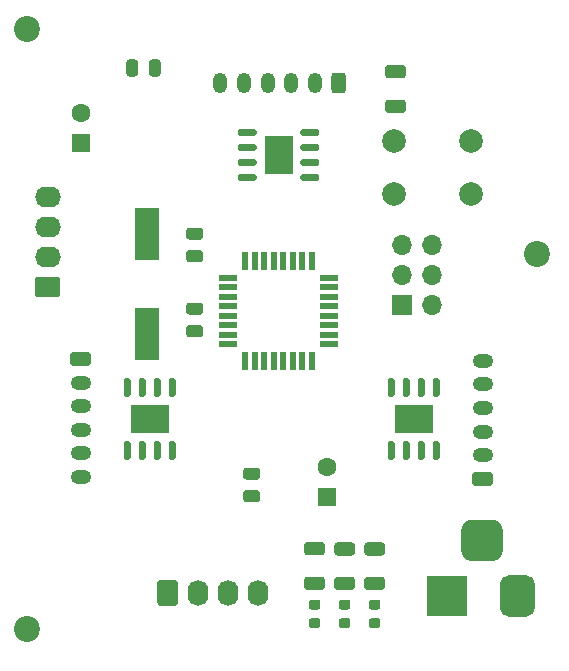
<source format=gbr>
%TF.GenerationSoftware,KiCad,Pcbnew,5.1.9+dfsg1-1*%
%TF.CreationDate,2021-11-12T22:38:19+01:00*%
%TF.ProjectId,motor_board_v2,6d6f746f-725f-4626-9f61-72645f76322e,rev?*%
%TF.SameCoordinates,Original*%
%TF.FileFunction,Soldermask,Top*%
%TF.FilePolarity,Negative*%
%FSLAX46Y46*%
G04 Gerber Fmt 4.6, Leading zero omitted, Abs format (unit mm)*
G04 Created by KiCad (PCBNEW 5.1.9+dfsg1-1) date 2021-11-12 22:38:19*
%MOMM*%
%LPD*%
G01*
G04 APERTURE LIST*
%ADD10C,2.200000*%
%ADD11R,1.600000X1.600000*%
%ADD12C,1.600000*%
%ADD13O,2.190000X1.740000*%
%ADD14O,1.740000X2.190000*%
%ADD15R,1.700000X1.700000*%
%ADD16O,1.700000X1.700000*%
%ADD17O,1.750000X1.200000*%
%ADD18O,1.200000X1.750000*%
%ADD19R,3.500000X3.500000*%
%ADD20C,2.000000*%
%ADD21R,1.600000X0.550000*%
%ADD22R,0.550000X1.600000*%
%ADD23R,3.200000X2.400000*%
%ADD24R,2.400000X3.200000*%
%ADD25R,2.000000X4.500000*%
G04 APERTURE END LIST*
D10*
%TO.C,REF\u002A\u002A*%
X228600000Y-54610000D03*
%TD*%
%TO.C,REF\u002A\u002A*%
X185420000Y-86360000D03*
%TD*%
%TO.C,REF\u002A\u002A*%
X185420000Y-35560000D03*
%TD*%
D11*
%TO.C,C1*%
X189992000Y-45212000D03*
D12*
X189992000Y-42712000D03*
%TD*%
%TO.C,C2*%
G36*
G01*
X196776000Y-38387000D02*
X196776000Y-39337000D01*
G75*
G02*
X196526000Y-39587000I-250000J0D01*
G01*
X196026000Y-39587000D01*
G75*
G02*
X195776000Y-39337000I0J250000D01*
G01*
X195776000Y-38387000D01*
G75*
G02*
X196026000Y-38137000I250000J0D01*
G01*
X196526000Y-38137000D01*
G75*
G02*
X196776000Y-38387000I0J-250000D01*
G01*
G37*
G36*
G01*
X194876000Y-38387000D02*
X194876000Y-39337000D01*
G75*
G02*
X194626000Y-39587000I-250000J0D01*
G01*
X194126000Y-39587000D01*
G75*
G02*
X193876000Y-39337000I0J250000D01*
G01*
X193876000Y-38387000D01*
G75*
G02*
X194126000Y-38137000I250000J0D01*
G01*
X194626000Y-38137000D01*
G75*
G02*
X194876000Y-38387000I0J-250000D01*
G01*
G37*
%TD*%
%TO.C,C3*%
G36*
G01*
X199169000Y-52398000D02*
X200119000Y-52398000D01*
G75*
G02*
X200369000Y-52648000I0J-250000D01*
G01*
X200369000Y-53148000D01*
G75*
G02*
X200119000Y-53398000I-250000J0D01*
G01*
X199169000Y-53398000D01*
G75*
G02*
X198919000Y-53148000I0J250000D01*
G01*
X198919000Y-52648000D01*
G75*
G02*
X199169000Y-52398000I250000J0D01*
G01*
G37*
G36*
G01*
X199169000Y-54298000D02*
X200119000Y-54298000D01*
G75*
G02*
X200369000Y-54548000I0J-250000D01*
G01*
X200369000Y-55048000D01*
G75*
G02*
X200119000Y-55298000I-250000J0D01*
G01*
X199169000Y-55298000D01*
G75*
G02*
X198919000Y-55048000I0J250000D01*
G01*
X198919000Y-54548000D01*
G75*
G02*
X199169000Y-54298000I250000J0D01*
G01*
G37*
%TD*%
%TO.C,C4*%
G36*
G01*
X200119000Y-59748000D02*
X199169000Y-59748000D01*
G75*
G02*
X198919000Y-59498000I0J250000D01*
G01*
X198919000Y-58998000D01*
G75*
G02*
X199169000Y-58748000I250000J0D01*
G01*
X200119000Y-58748000D01*
G75*
G02*
X200369000Y-58998000I0J-250000D01*
G01*
X200369000Y-59498000D01*
G75*
G02*
X200119000Y-59748000I-250000J0D01*
G01*
G37*
G36*
G01*
X200119000Y-61648000D02*
X199169000Y-61648000D01*
G75*
G02*
X198919000Y-61398000I0J250000D01*
G01*
X198919000Y-60898000D01*
G75*
G02*
X199169000Y-60648000I250000J0D01*
G01*
X200119000Y-60648000D01*
G75*
G02*
X200369000Y-60898000I0J-250000D01*
G01*
X200369000Y-61398000D01*
G75*
G02*
X200119000Y-61648000I-250000J0D01*
G01*
G37*
%TD*%
%TO.C,C5*%
X210820000Y-72684000D03*
D11*
X210820000Y-75184000D03*
%TD*%
%TO.C,C6*%
G36*
G01*
X204945000Y-73718000D02*
X203995000Y-73718000D01*
G75*
G02*
X203745000Y-73468000I0J250000D01*
G01*
X203745000Y-72968000D01*
G75*
G02*
X203995000Y-72718000I250000J0D01*
G01*
X204945000Y-72718000D01*
G75*
G02*
X205195000Y-72968000I0J-250000D01*
G01*
X205195000Y-73468000D01*
G75*
G02*
X204945000Y-73718000I-250000J0D01*
G01*
G37*
G36*
G01*
X204945000Y-75618000D02*
X203995000Y-75618000D01*
G75*
G02*
X203745000Y-75368000I0J250000D01*
G01*
X203745000Y-74868000D01*
G75*
G02*
X203995000Y-74618000I250000J0D01*
G01*
X204945000Y-74618000D01*
G75*
G02*
X205195000Y-74868000I0J-250000D01*
G01*
X205195000Y-75368000D01*
G75*
G02*
X204945000Y-75618000I-250000J0D01*
G01*
G37*
%TD*%
%TO.C,I2C*%
G36*
G01*
X188043001Y-58274000D02*
X186352999Y-58274000D01*
G75*
G02*
X186103000Y-58024001I0J249999D01*
G01*
X186103000Y-56783999D01*
G75*
G02*
X186352999Y-56534000I249999J0D01*
G01*
X188043001Y-56534000D01*
G75*
G02*
X188293000Y-56783999I0J-249999D01*
G01*
X188293000Y-58024001D01*
G75*
G02*
X188043001Y-58274000I-249999J0D01*
G01*
G37*
D13*
X187198000Y-54864000D03*
X187198000Y-52324000D03*
X187198000Y-49784000D03*
%TD*%
D14*
%TO.C,UART*%
X204978000Y-83312000D03*
X202438000Y-83312000D03*
X199898000Y-83312000D03*
G36*
G01*
X196488000Y-84157001D02*
X196488000Y-82466999D01*
G75*
G02*
X196737999Y-82217000I249999J0D01*
G01*
X197978001Y-82217000D01*
G75*
G02*
X198228000Y-82466999I0J-249999D01*
G01*
X198228000Y-84157001D01*
G75*
G02*
X197978001Y-84407000I-249999J0D01*
G01*
X196737999Y-84407000D01*
G75*
G02*
X196488000Y-84157001I0J249999D01*
G01*
G37*
%TD*%
D15*
%TO.C,ISP*%
X217170000Y-58928000D03*
D16*
X219710000Y-58928000D03*
X217170000Y-56388000D03*
X219710000Y-56388000D03*
X217170000Y-53848000D03*
X219710000Y-53848000D03*
%TD*%
%TO.C,Motor 1*%
G36*
G01*
X189366999Y-62900000D02*
X190617001Y-62900000D01*
G75*
G02*
X190867000Y-63149999I0J-249999D01*
G01*
X190867000Y-63850001D01*
G75*
G02*
X190617001Y-64100000I-249999J0D01*
G01*
X189366999Y-64100000D01*
G75*
G02*
X189117000Y-63850001I0J249999D01*
G01*
X189117000Y-63149999D01*
G75*
G02*
X189366999Y-62900000I249999J0D01*
G01*
G37*
D17*
X189992000Y-65500000D03*
X189992000Y-67500000D03*
X189992000Y-69500000D03*
X189992000Y-71500000D03*
X189992000Y-73500000D03*
%TD*%
D18*
%TO.C,Motor 2*%
X201836000Y-40132000D03*
X203836000Y-40132000D03*
X205836000Y-40132000D03*
X207836000Y-40132000D03*
X209836000Y-40132000D03*
G36*
G01*
X212436000Y-39506999D02*
X212436000Y-40757001D01*
G75*
G02*
X212186001Y-41007000I-249999J0D01*
G01*
X211485999Y-41007000D01*
G75*
G02*
X211236000Y-40757001I0J249999D01*
G01*
X211236000Y-39506999D01*
G75*
G02*
X211485999Y-39257000I249999J0D01*
G01*
X212186001Y-39257000D01*
G75*
G02*
X212436000Y-39506999I0J-249999D01*
G01*
G37*
%TD*%
%TO.C,Motor 3*%
G36*
G01*
X224653001Y-74260000D02*
X223402999Y-74260000D01*
G75*
G02*
X223153000Y-74010001I0J249999D01*
G01*
X223153000Y-73309999D01*
G75*
G02*
X223402999Y-73060000I249999J0D01*
G01*
X224653001Y-73060000D01*
G75*
G02*
X224903000Y-73309999I0J-249999D01*
G01*
X224903000Y-74010001D01*
G75*
G02*
X224653001Y-74260000I-249999J0D01*
G01*
G37*
D17*
X224028000Y-71660000D03*
X224028000Y-69660000D03*
X224028000Y-67660000D03*
X224028000Y-65660000D03*
X224028000Y-63660000D03*
%TD*%
D19*
%TO.C,12V*%
X220980000Y-83566000D03*
G36*
G01*
X228480000Y-82566000D02*
X228480000Y-84566000D01*
G75*
G02*
X227730000Y-85316000I-750000J0D01*
G01*
X226230000Y-85316000D01*
G75*
G02*
X225480000Y-84566000I0J750000D01*
G01*
X225480000Y-82566000D01*
G75*
G02*
X226230000Y-81816000I750000J0D01*
G01*
X227730000Y-81816000D01*
G75*
G02*
X228480000Y-82566000I0J-750000D01*
G01*
G37*
G36*
G01*
X225730000Y-77991000D02*
X225730000Y-79741000D01*
G75*
G02*
X224855000Y-80616000I-875000J0D01*
G01*
X223105000Y-80616000D01*
G75*
G02*
X222230000Y-79741000I0J875000D01*
G01*
X222230000Y-77991000D01*
G75*
G02*
X223105000Y-77116000I875000J0D01*
G01*
X224855000Y-77116000D01*
G75*
G02*
X225730000Y-77991000I0J-875000D01*
G01*
G37*
%TD*%
%TO.C,R1*%
G36*
G01*
X216036999Y-38615000D02*
X217287001Y-38615000D01*
G75*
G02*
X217537000Y-38864999I0J-249999D01*
G01*
X217537000Y-39490001D01*
G75*
G02*
X217287001Y-39740000I-249999J0D01*
G01*
X216036999Y-39740000D01*
G75*
G02*
X215787000Y-39490001I0J249999D01*
G01*
X215787000Y-38864999D01*
G75*
G02*
X216036999Y-38615000I249999J0D01*
G01*
G37*
G36*
G01*
X216036999Y-41540000D02*
X217287001Y-41540000D01*
G75*
G02*
X217537000Y-41789999I0J-249999D01*
G01*
X217537000Y-42415001D01*
G75*
G02*
X217287001Y-42665000I-249999J0D01*
G01*
X216036999Y-42665000D01*
G75*
G02*
X215787000Y-42415001I0J249999D01*
G01*
X215787000Y-41789999D01*
G75*
G02*
X216036999Y-41540000I249999J0D01*
G01*
G37*
%TD*%
D20*
%TO.C,RESET*%
X223012000Y-45030000D03*
X223012000Y-49530000D03*
X216512000Y-45030000D03*
X216512000Y-49530000D03*
%TD*%
D21*
%TO.C,U1*%
X202506000Y-56636000D03*
X202506000Y-57436000D03*
X202506000Y-58236000D03*
X202506000Y-59036000D03*
X202506000Y-59836000D03*
X202506000Y-60636000D03*
X202506000Y-61436000D03*
X202506000Y-62236000D03*
D22*
X203956000Y-63686000D03*
X204756000Y-63686000D03*
X205556000Y-63686000D03*
X206356000Y-63686000D03*
X207156000Y-63686000D03*
X207956000Y-63686000D03*
X208756000Y-63686000D03*
X209556000Y-63686000D03*
D21*
X211006000Y-62236000D03*
X211006000Y-61436000D03*
X211006000Y-60636000D03*
X211006000Y-59836000D03*
X211006000Y-59036000D03*
X211006000Y-58236000D03*
X211006000Y-57436000D03*
X211006000Y-56636000D03*
D22*
X209556000Y-55186000D03*
X208756000Y-55186000D03*
X207956000Y-55186000D03*
X207156000Y-55186000D03*
X206356000Y-55186000D03*
X205556000Y-55186000D03*
X204756000Y-55186000D03*
X203956000Y-55186000D03*
%TD*%
%TO.C,U2*%
G36*
G01*
X194079000Y-72030000D02*
X193779000Y-72030000D01*
G75*
G02*
X193629000Y-71880000I0J150000D01*
G01*
X193629000Y-70580000D01*
G75*
G02*
X193779000Y-70430000I150000J0D01*
G01*
X194079000Y-70430000D01*
G75*
G02*
X194229000Y-70580000I0J-150000D01*
G01*
X194229000Y-71880000D01*
G75*
G02*
X194079000Y-72030000I-150000J0D01*
G01*
G37*
G36*
G01*
X195349000Y-72030000D02*
X195049000Y-72030000D01*
G75*
G02*
X194899000Y-71880000I0J150000D01*
G01*
X194899000Y-70580000D01*
G75*
G02*
X195049000Y-70430000I150000J0D01*
G01*
X195349000Y-70430000D01*
G75*
G02*
X195499000Y-70580000I0J-150000D01*
G01*
X195499000Y-71880000D01*
G75*
G02*
X195349000Y-72030000I-150000J0D01*
G01*
G37*
G36*
G01*
X196619000Y-72030000D02*
X196319000Y-72030000D01*
G75*
G02*
X196169000Y-71880000I0J150000D01*
G01*
X196169000Y-70580000D01*
G75*
G02*
X196319000Y-70430000I150000J0D01*
G01*
X196619000Y-70430000D01*
G75*
G02*
X196769000Y-70580000I0J-150000D01*
G01*
X196769000Y-71880000D01*
G75*
G02*
X196619000Y-72030000I-150000J0D01*
G01*
G37*
G36*
G01*
X197889000Y-72030000D02*
X197589000Y-72030000D01*
G75*
G02*
X197439000Y-71880000I0J150000D01*
G01*
X197439000Y-70580000D01*
G75*
G02*
X197589000Y-70430000I150000J0D01*
G01*
X197889000Y-70430000D01*
G75*
G02*
X198039000Y-70580000I0J-150000D01*
G01*
X198039000Y-71880000D01*
G75*
G02*
X197889000Y-72030000I-150000J0D01*
G01*
G37*
G36*
G01*
X197889000Y-66730000D02*
X197589000Y-66730000D01*
G75*
G02*
X197439000Y-66580000I0J150000D01*
G01*
X197439000Y-65280000D01*
G75*
G02*
X197589000Y-65130000I150000J0D01*
G01*
X197889000Y-65130000D01*
G75*
G02*
X198039000Y-65280000I0J-150000D01*
G01*
X198039000Y-66580000D01*
G75*
G02*
X197889000Y-66730000I-150000J0D01*
G01*
G37*
G36*
G01*
X196619000Y-66730000D02*
X196319000Y-66730000D01*
G75*
G02*
X196169000Y-66580000I0J150000D01*
G01*
X196169000Y-65280000D01*
G75*
G02*
X196319000Y-65130000I150000J0D01*
G01*
X196619000Y-65130000D01*
G75*
G02*
X196769000Y-65280000I0J-150000D01*
G01*
X196769000Y-66580000D01*
G75*
G02*
X196619000Y-66730000I-150000J0D01*
G01*
G37*
G36*
G01*
X195349000Y-66730000D02*
X195049000Y-66730000D01*
G75*
G02*
X194899000Y-66580000I0J150000D01*
G01*
X194899000Y-65280000D01*
G75*
G02*
X195049000Y-65130000I150000J0D01*
G01*
X195349000Y-65130000D01*
G75*
G02*
X195499000Y-65280000I0J-150000D01*
G01*
X195499000Y-66580000D01*
G75*
G02*
X195349000Y-66730000I-150000J0D01*
G01*
G37*
G36*
G01*
X194079000Y-66730000D02*
X193779000Y-66730000D01*
G75*
G02*
X193629000Y-66580000I0J150000D01*
G01*
X193629000Y-65280000D01*
G75*
G02*
X193779000Y-65130000I150000J0D01*
G01*
X194079000Y-65130000D01*
G75*
G02*
X194229000Y-65280000I0J-150000D01*
G01*
X194229000Y-66580000D01*
G75*
G02*
X194079000Y-66730000I-150000J0D01*
G01*
G37*
D23*
X195834000Y-68580000D03*
%TD*%
D24*
%TO.C,U3*%
X206756000Y-46228000D03*
G36*
G01*
X208606000Y-44473000D02*
X208606000Y-44173000D01*
G75*
G02*
X208756000Y-44023000I150000J0D01*
G01*
X210056000Y-44023000D01*
G75*
G02*
X210206000Y-44173000I0J-150000D01*
G01*
X210206000Y-44473000D01*
G75*
G02*
X210056000Y-44623000I-150000J0D01*
G01*
X208756000Y-44623000D01*
G75*
G02*
X208606000Y-44473000I0J150000D01*
G01*
G37*
G36*
G01*
X208606000Y-45743000D02*
X208606000Y-45443000D01*
G75*
G02*
X208756000Y-45293000I150000J0D01*
G01*
X210056000Y-45293000D01*
G75*
G02*
X210206000Y-45443000I0J-150000D01*
G01*
X210206000Y-45743000D01*
G75*
G02*
X210056000Y-45893000I-150000J0D01*
G01*
X208756000Y-45893000D01*
G75*
G02*
X208606000Y-45743000I0J150000D01*
G01*
G37*
G36*
G01*
X208606000Y-47013000D02*
X208606000Y-46713000D01*
G75*
G02*
X208756000Y-46563000I150000J0D01*
G01*
X210056000Y-46563000D01*
G75*
G02*
X210206000Y-46713000I0J-150000D01*
G01*
X210206000Y-47013000D01*
G75*
G02*
X210056000Y-47163000I-150000J0D01*
G01*
X208756000Y-47163000D01*
G75*
G02*
X208606000Y-47013000I0J150000D01*
G01*
G37*
G36*
G01*
X208606000Y-48283000D02*
X208606000Y-47983000D01*
G75*
G02*
X208756000Y-47833000I150000J0D01*
G01*
X210056000Y-47833000D01*
G75*
G02*
X210206000Y-47983000I0J-150000D01*
G01*
X210206000Y-48283000D01*
G75*
G02*
X210056000Y-48433000I-150000J0D01*
G01*
X208756000Y-48433000D01*
G75*
G02*
X208606000Y-48283000I0J150000D01*
G01*
G37*
G36*
G01*
X203306000Y-48283000D02*
X203306000Y-47983000D01*
G75*
G02*
X203456000Y-47833000I150000J0D01*
G01*
X204756000Y-47833000D01*
G75*
G02*
X204906000Y-47983000I0J-150000D01*
G01*
X204906000Y-48283000D01*
G75*
G02*
X204756000Y-48433000I-150000J0D01*
G01*
X203456000Y-48433000D01*
G75*
G02*
X203306000Y-48283000I0J150000D01*
G01*
G37*
G36*
G01*
X203306000Y-47013000D02*
X203306000Y-46713000D01*
G75*
G02*
X203456000Y-46563000I150000J0D01*
G01*
X204756000Y-46563000D01*
G75*
G02*
X204906000Y-46713000I0J-150000D01*
G01*
X204906000Y-47013000D01*
G75*
G02*
X204756000Y-47163000I-150000J0D01*
G01*
X203456000Y-47163000D01*
G75*
G02*
X203306000Y-47013000I0J150000D01*
G01*
G37*
G36*
G01*
X203306000Y-45743000D02*
X203306000Y-45443000D01*
G75*
G02*
X203456000Y-45293000I150000J0D01*
G01*
X204756000Y-45293000D01*
G75*
G02*
X204906000Y-45443000I0J-150000D01*
G01*
X204906000Y-45743000D01*
G75*
G02*
X204756000Y-45893000I-150000J0D01*
G01*
X203456000Y-45893000D01*
G75*
G02*
X203306000Y-45743000I0J150000D01*
G01*
G37*
G36*
G01*
X203306000Y-44473000D02*
X203306000Y-44173000D01*
G75*
G02*
X203456000Y-44023000I150000J0D01*
G01*
X204756000Y-44023000D01*
G75*
G02*
X204906000Y-44173000I0J-150000D01*
G01*
X204906000Y-44473000D01*
G75*
G02*
X204756000Y-44623000I-150000J0D01*
G01*
X203456000Y-44623000D01*
G75*
G02*
X203306000Y-44473000I0J150000D01*
G01*
G37*
%TD*%
%TO.C,U4*%
G36*
G01*
X219941000Y-65130000D02*
X220241000Y-65130000D01*
G75*
G02*
X220391000Y-65280000I0J-150000D01*
G01*
X220391000Y-66580000D01*
G75*
G02*
X220241000Y-66730000I-150000J0D01*
G01*
X219941000Y-66730000D01*
G75*
G02*
X219791000Y-66580000I0J150000D01*
G01*
X219791000Y-65280000D01*
G75*
G02*
X219941000Y-65130000I150000J0D01*
G01*
G37*
G36*
G01*
X218671000Y-65130000D02*
X218971000Y-65130000D01*
G75*
G02*
X219121000Y-65280000I0J-150000D01*
G01*
X219121000Y-66580000D01*
G75*
G02*
X218971000Y-66730000I-150000J0D01*
G01*
X218671000Y-66730000D01*
G75*
G02*
X218521000Y-66580000I0J150000D01*
G01*
X218521000Y-65280000D01*
G75*
G02*
X218671000Y-65130000I150000J0D01*
G01*
G37*
G36*
G01*
X217401000Y-65130000D02*
X217701000Y-65130000D01*
G75*
G02*
X217851000Y-65280000I0J-150000D01*
G01*
X217851000Y-66580000D01*
G75*
G02*
X217701000Y-66730000I-150000J0D01*
G01*
X217401000Y-66730000D01*
G75*
G02*
X217251000Y-66580000I0J150000D01*
G01*
X217251000Y-65280000D01*
G75*
G02*
X217401000Y-65130000I150000J0D01*
G01*
G37*
G36*
G01*
X216131000Y-65130000D02*
X216431000Y-65130000D01*
G75*
G02*
X216581000Y-65280000I0J-150000D01*
G01*
X216581000Y-66580000D01*
G75*
G02*
X216431000Y-66730000I-150000J0D01*
G01*
X216131000Y-66730000D01*
G75*
G02*
X215981000Y-66580000I0J150000D01*
G01*
X215981000Y-65280000D01*
G75*
G02*
X216131000Y-65130000I150000J0D01*
G01*
G37*
G36*
G01*
X216131000Y-70430000D02*
X216431000Y-70430000D01*
G75*
G02*
X216581000Y-70580000I0J-150000D01*
G01*
X216581000Y-71880000D01*
G75*
G02*
X216431000Y-72030000I-150000J0D01*
G01*
X216131000Y-72030000D01*
G75*
G02*
X215981000Y-71880000I0J150000D01*
G01*
X215981000Y-70580000D01*
G75*
G02*
X216131000Y-70430000I150000J0D01*
G01*
G37*
G36*
G01*
X217401000Y-70430000D02*
X217701000Y-70430000D01*
G75*
G02*
X217851000Y-70580000I0J-150000D01*
G01*
X217851000Y-71880000D01*
G75*
G02*
X217701000Y-72030000I-150000J0D01*
G01*
X217401000Y-72030000D01*
G75*
G02*
X217251000Y-71880000I0J150000D01*
G01*
X217251000Y-70580000D01*
G75*
G02*
X217401000Y-70430000I150000J0D01*
G01*
G37*
G36*
G01*
X218671000Y-70430000D02*
X218971000Y-70430000D01*
G75*
G02*
X219121000Y-70580000I0J-150000D01*
G01*
X219121000Y-71880000D01*
G75*
G02*
X218971000Y-72030000I-150000J0D01*
G01*
X218671000Y-72030000D01*
G75*
G02*
X218521000Y-71880000I0J150000D01*
G01*
X218521000Y-70580000D01*
G75*
G02*
X218671000Y-70430000I150000J0D01*
G01*
G37*
G36*
G01*
X219941000Y-70430000D02*
X220241000Y-70430000D01*
G75*
G02*
X220391000Y-70580000I0J-150000D01*
G01*
X220391000Y-71880000D01*
G75*
G02*
X220241000Y-72030000I-150000J0D01*
G01*
X219941000Y-72030000D01*
G75*
G02*
X219791000Y-71880000I0J150000D01*
G01*
X219791000Y-70580000D01*
G75*
G02*
X219941000Y-70430000I150000J0D01*
G01*
G37*
D23*
X218186000Y-68580000D03*
%TD*%
D25*
%TO.C,Y1*%
X195580000Y-52900000D03*
X195580000Y-61400000D03*
%TD*%
%TO.C,5V*%
G36*
G01*
X212600250Y-86315000D02*
X212087750Y-86315000D01*
G75*
G02*
X211869000Y-86096250I0J218750D01*
G01*
X211869000Y-85658750D01*
G75*
G02*
X212087750Y-85440000I218750J0D01*
G01*
X212600250Y-85440000D01*
G75*
G02*
X212819000Y-85658750I0J-218750D01*
G01*
X212819000Y-86096250D01*
G75*
G02*
X212600250Y-86315000I-218750J0D01*
G01*
G37*
G36*
G01*
X212600250Y-84740000D02*
X212087750Y-84740000D01*
G75*
G02*
X211869000Y-84521250I0J218750D01*
G01*
X211869000Y-84083750D01*
G75*
G02*
X212087750Y-83865000I218750J0D01*
G01*
X212600250Y-83865000D01*
G75*
G02*
X212819000Y-84083750I0J-218750D01*
G01*
X212819000Y-84521250D01*
G75*
G02*
X212600250Y-84740000I-218750J0D01*
G01*
G37*
%TD*%
%TO.C,12V*%
G36*
G01*
X215140250Y-84740000D02*
X214627750Y-84740000D01*
G75*
G02*
X214409000Y-84521250I0J218750D01*
G01*
X214409000Y-84083750D01*
G75*
G02*
X214627750Y-83865000I218750J0D01*
G01*
X215140250Y-83865000D01*
G75*
G02*
X215359000Y-84083750I0J-218750D01*
G01*
X215359000Y-84521250D01*
G75*
G02*
X215140250Y-84740000I-218750J0D01*
G01*
G37*
G36*
G01*
X215140250Y-86315000D02*
X214627750Y-86315000D01*
G75*
G02*
X214409000Y-86096250I0J218750D01*
G01*
X214409000Y-85658750D01*
G75*
G02*
X214627750Y-85440000I218750J0D01*
G01*
X215140250Y-85440000D01*
G75*
G02*
X215359000Y-85658750I0J-218750D01*
G01*
X215359000Y-86096250D01*
G75*
G02*
X215140250Y-86315000I-218750J0D01*
G01*
G37*
%TD*%
%TO.C,ST*%
G36*
G01*
X210060250Y-86315000D02*
X209547750Y-86315000D01*
G75*
G02*
X209329000Y-86096250I0J218750D01*
G01*
X209329000Y-85658750D01*
G75*
G02*
X209547750Y-85440000I218750J0D01*
G01*
X210060250Y-85440000D01*
G75*
G02*
X210279000Y-85658750I0J-218750D01*
G01*
X210279000Y-86096250D01*
G75*
G02*
X210060250Y-86315000I-218750J0D01*
G01*
G37*
G36*
G01*
X210060250Y-84740000D02*
X209547750Y-84740000D01*
G75*
G02*
X209329000Y-84521250I0J218750D01*
G01*
X209329000Y-84083750D01*
G75*
G02*
X209547750Y-83865000I218750J0D01*
G01*
X210060250Y-83865000D01*
G75*
G02*
X210279000Y-84083750I0J-218750D01*
G01*
X210279000Y-84521250D01*
G75*
G02*
X210060250Y-84740000I-218750J0D01*
G01*
G37*
%TD*%
%TO.C,R2*%
G36*
G01*
X211718999Y-79020001D02*
X212969001Y-79020001D01*
G75*
G02*
X213219000Y-79270000I0J-249999D01*
G01*
X213219000Y-79895002D01*
G75*
G02*
X212969001Y-80145001I-249999J0D01*
G01*
X211718999Y-80145001D01*
G75*
G02*
X211469000Y-79895002I0J249999D01*
G01*
X211469000Y-79270000D01*
G75*
G02*
X211718999Y-79020001I249999J0D01*
G01*
G37*
G36*
G01*
X211718999Y-81945001D02*
X212969001Y-81945001D01*
G75*
G02*
X213219000Y-82195000I0J-249999D01*
G01*
X213219000Y-82820002D01*
G75*
G02*
X212969001Y-83070001I-249999J0D01*
G01*
X211718999Y-83070001D01*
G75*
G02*
X211469000Y-82820002I0J249999D01*
G01*
X211469000Y-82195000D01*
G75*
G02*
X211718999Y-81945001I249999J0D01*
G01*
G37*
%TD*%
%TO.C,R3*%
G36*
G01*
X214258999Y-81945001D02*
X215509001Y-81945001D01*
G75*
G02*
X215759000Y-82195000I0J-249999D01*
G01*
X215759000Y-82820002D01*
G75*
G02*
X215509001Y-83070001I-249999J0D01*
G01*
X214258999Y-83070001D01*
G75*
G02*
X214009000Y-82820002I0J249999D01*
G01*
X214009000Y-82195000D01*
G75*
G02*
X214258999Y-81945001I249999J0D01*
G01*
G37*
G36*
G01*
X214258999Y-79020001D02*
X215509001Y-79020001D01*
G75*
G02*
X215759000Y-79270000I0J-249999D01*
G01*
X215759000Y-79895002D01*
G75*
G02*
X215509001Y-80145001I-249999J0D01*
G01*
X214258999Y-80145001D01*
G75*
G02*
X214009000Y-79895002I0J249999D01*
G01*
X214009000Y-79270000D01*
G75*
G02*
X214258999Y-79020001I249999J0D01*
G01*
G37*
%TD*%
%TO.C,R4*%
G36*
G01*
X209178999Y-79001000D02*
X210429001Y-79001000D01*
G75*
G02*
X210679000Y-79250999I0J-249999D01*
G01*
X210679000Y-79876001D01*
G75*
G02*
X210429001Y-80126000I-249999J0D01*
G01*
X209178999Y-80126000D01*
G75*
G02*
X208929000Y-79876001I0J249999D01*
G01*
X208929000Y-79250999D01*
G75*
G02*
X209178999Y-79001000I249999J0D01*
G01*
G37*
G36*
G01*
X209178999Y-81926000D02*
X210429001Y-81926000D01*
G75*
G02*
X210679000Y-82175999I0J-249999D01*
G01*
X210679000Y-82801001D01*
G75*
G02*
X210429001Y-83051000I-249999J0D01*
G01*
X209178999Y-83051000D01*
G75*
G02*
X208929000Y-82801001I0J249999D01*
G01*
X208929000Y-82175999D01*
G75*
G02*
X209178999Y-81926000I249999J0D01*
G01*
G37*
%TD*%
M02*

</source>
